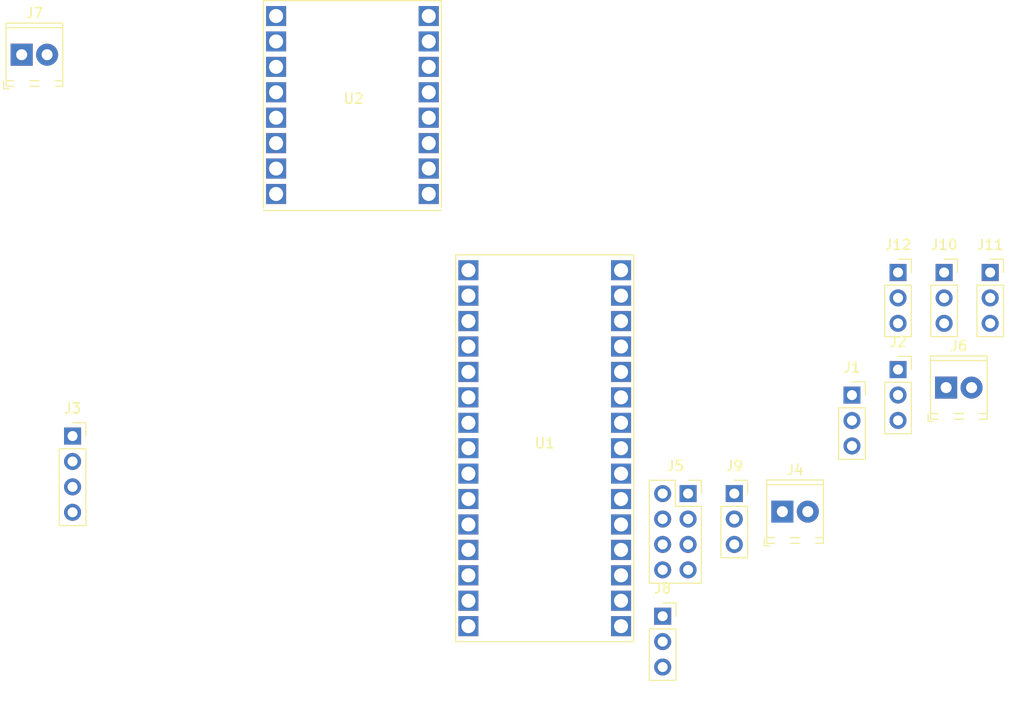
<source format=kicad_pcb>
(kicad_pcb (version 20211014) (generator pcbnew)
  (layers (0 "F.Cu" signal) (31 "B.Cu" signal) (34 "B.Paste" user) (35 "F.Paste" user) (36 "B.SilkS" user "B.Silkscreen") (37 "F.SilkS" user "F.Silkscreen") (38 "B.Mask" user) (39 "F.Mask" user) (44 "Edge.Cuts" user))
  (net 0 "")
  (net 1 "Net-(J1-Pad1)")
  (net 2 "Net-(J1-Pad2)")
  (net 3 "Net-(J1-Pad3)")
  (net 4 "Net-(J2-Pad3)")
  (net 5 "Net-(J3-Pad2)")
  (net 6 "Net-(J3-Pad3)")
  (net 7 "Net-(J4-Pad2)")
  (net 8 "Net-(J5-Pad2)")
  (net 9 "Net-(J5-Pad3)")
  (net 10 "Net-(J5-Pad4)")
  (net 12 "Net-(J5-Pad6)")
  (net 13 "Net-(J5-Pad7)")
  (net 14 "Net-(J5-Pad8)")
  (net 15 "Net-(J6-Pad1)")
  (net 16 "Net-(J6-Pad2)")
  (net 17 "Net-(J7-Pad1)")
  (net 18 "Net-(J7-Pad2)")
  (net 19 "Net-(J8-Pad1)")
  (net 20 "Net-(J10-Pad2)")
  (net 21 "Net-(J9-Pad1)")
  (net 22 "Net-(J10-Pad1)")
  (net 23 "Net-(J11-Pad1)")
  (net 24 "Net-(J12-Pad1)")
  (net 29 "Net-(U1-Pad18)")
  (net 30 "Net-(U1-Pad19)")
  (net 31 "Net-(U1-Pad22)")
  (net 32 "Net-(U1-Pad23)")
  (footprint "Connector_PinSocket_2.54mm:PinSocket_2x04_P2.54mm_Vertical" (layer "F.Cu") (at 145.275 114.9695)
    (fp_text reference "J5" (at -1.27 -2.77) (layer "F.SilkS"))
    (fp_text value "NRF")
    (fp_line (start -1.27 -1.33) (end -1.27 1.27) (layer "F.SilkS") (width 0.12))
    (fp_line (start -3.87 8.95) (end 1.33 8.95) (layer "F.SilkS") (width 0.12))
    (fp_line (start 1.33 1.27) (end 1.33 8.95) (layer "F.SilkS") (width 0.12))
    (fp_line (start -1.27 1.27) (end 1.33 1.27) (layer "F.SilkS") (width 0.12))
    (fp_line (start 1.33 -1.33) (end 1.33 0) (layer "F.SilkS") (width 0.12))
    (fp_line (start -3.87 -1.33) (end -1.27 -1.33) (layer "F.SilkS") (width 0.12))
    (fp_line (start 0 -1.33) (end 1.33 -1.33) (layer "F.SilkS") (width 0.12))
    (fp_line (start -3.87 -1.33) (end -3.87 8.95) (layer "F.SilkS") (width 0.12))
    (pad "1" thru_hole rect (at 0 0) (size 1.7 1.7) (drill 1) (layers *.Cu *.Mask) (net 2 "Net-(J1-Pad2)"))
    (pad "2" thru_hole oval (at -2.54 0) (size 1.7 1.7) (drill 1) (layers *.Cu *.Mask) (net 8 "Net-(J5-Pad2)"))
    (pad "3" thru_hole oval (at 0 2.54) (size 1.7 1.7) (drill 1) (layers *.Cu *.Mask) (net 9 "Net-(J5-Pad3)"))
    (pad "4" thru_hole oval (at -2.54 2.54) (size 1.7 1.7) (drill 1) (layers *.Cu *.Mask) (net 10 "Net-(J5-Pad4)"))
    (pad "5" thru_hole oval (at 0 5.08) (size 1.7 1.7) (drill 1) (layers *.Cu *.Mask))
    (pad "6" thru_hole oval (at -2.54 5.08) (size 1.7 1.7) (drill 1) (layers *.Cu *.Mask) (net 12 "Net-(J5-Pad6)"))
    (pad "7" thru_hole oval (at 0 7.62) (size 1.7 1.7) (drill 1) (layers *.Cu *.Mask) (net 13 "Net-(J5-Pad7)"))
    (pad "8" thru_hole oval (at -2.54 7.62) (size 1.7 1.7) (drill 1) (layers *.Cu *.Mask) (net 14 "Net-(J5-Pad8)"))
  )
  (footprint "TerminalBlock_Phoenix:TerminalBlock_Phoenix_MPT-0,5-2-2.54_1x02_P2.54mm_Horizontal" (layer "F.Cu") (at 78.74 71.12)
    (fp_text reference "J7" (at 1.27 -4.16) (layer "F.SilkS"))
    (fp_text value "MOTOR_A")
    (fp_line (start 4.1 -3.16) (end 4.1 3.16) (layer "F.SilkS") (width 0.12))
    (fp_line (start -1.56 -3.16) (end 4.1 -3.16) (layer "F.SilkS") (width 0.12))
    (fp_line (start 3.33 3.16) (end 4.1 3.16) (layer "F.SilkS") (width 0.12))
    (fp_line (start 0.79 3.16) (end 1.75 3.16) (layer "F.SilkS") (width 0.12))
    (fp_line (start -1.8 2.66) (end -1.8 3.4) (layer "F.SilkS") (width 0.12))
    (fp_line (start 3.33 2.6) (end 4.1 2.6) (layer "F.SilkS") (width 0.12))
    (fp_line (start 0.79 2.6) (end 1.75 2.6) (layer "F.SilkS") (width 0.12))
    (fp_line (start -1.56 2.6) (end -0.79 2.6) (layer "F.SilkS") (width 0.12))
    (fp_line (start -1.56 3.16) (end -0.79 3.16) (layer "F.SilkS") (width 0.12))
    (fp_line (start -1.8 3.4) (end -1.3 3.4) (layer "F.SilkS") (width 0.12))
    (fp_line (start -1.56 -3.16) (end -1.56 3.16) (layer "F.SilkS") (width 0.12))
    (fp_line (start -1.56 -2.7) (end 4.1 -2.7) (layer "F.SilkS") (width 0.12))
    (pad "" np_thru_hole circle (at 2.54 2.54) (size 1.1 1.1) (drill 1.1) (layers *.Cu *.Mask))
    (pad "" np_thru_hole circle (at 0 2.54) (size 1.1 1.1) (drill 1.1) (layers *.Cu *.Mask))
    (pad "1" thru_hole rect (at 0 0) (size 2.2 2.2) (drill 1.1) (layers *.Cu *.Mask) (net 17 "Net-(J7-Pad1)"))
    (pad "2" thru_hole circle (at 2.54 0) (size 2.2 2.2) (drill 1.1) (layers *.Cu *.Mask) (net 18 "Net-(J7-Pad2)"))
  )
  (footprint "TerminalBlock_Phoenix:TerminalBlock_Phoenix_MPT-0,5-2-2.54_1x02_P2.54mm_Horizontal" (layer "F.Cu") (at 154.685 116.7695)
    (fp_text reference "J4" (at 1.27 -4.16) (layer "F.SilkS"))
    (fp_text value "SUPPLY")
    (fp_line (start -1.56 2.6) (end -0.79 2.6) (layer "F.SilkS") (width 0.12))
    (fp_line (start -1.56 -2.7) (end 4.1 -2.7) (layer "F.SilkS") (width 0.12))
    (fp_line (start -1.56 -3.16) (end 4.1 -3.16) (layer "F.SilkS") (width 0.12))
    (fp_line (start 4.1 -3.16) (end 4.1 3.16) (layer "F.SilkS") (width 0.12))
    (fp_line (start -1.8 3.4) (end -1.3 3.4) (layer "F.SilkS") (width 0.12))
    (fp_line (start 3.33 2.6) (end 4.1 2.6) (layer "F.SilkS") (width 0.12))
    (fp_line (start 0.79 3.16) (end 1.75 3.16) (layer "F.SilkS") (width 0.12))
    (fp_line (start -1.56 -3.16) (end -1.56 3.16) (layer "F.SilkS") (width 0.12))
    (fp_line (start -1.8 2.66) (end -1.8 3.4) (layer "F.SilkS") (width 0.12))
    (fp_line (start -1.56 3.16) (end -0.79 3.16) (layer "F.SilkS") (width 0.12))
    (fp_line (start 3.33 3.16) (end 4.1 3.16) (layer "F.SilkS") (width 0.12))
    (fp_line (start 0.79 2.6) (end 1.75 2.6) (layer "F.SilkS") (width 0.12))
    (pad "" np_thru_hole circle (at 0 2.54) (size 1.1 1.1) (drill 1.1) (layers *.Cu *.Mask))
    (pad "" np_thru_hole circle (at 2.54 2.54) (size 1.1 1.1) (drill 1.1) (layers *.Cu *.Mask))
    (pad "1" thru_hole rect (at 0 0) (size 2.2 2.2) (drill 1.1) (layers *.Cu *.Mask) (net 2 "Net-(J1-Pad2)"))
    (pad "2" thru_hole circle (at 2.54 0) (size 2.2 2.2) (drill 1.1) (layers *.Cu *.Mask) (net 7 "Net-(J4-Pad2)"))
  )
  (footprint "Connector_PinSocket_2.54mm:PinSocket_1x03_P2.54mm_Vertical" (layer "F.Cu") (at 166.235 102.5795)
    (fp_text reference "J2" (at 0 -2.77) (layer "F.SilkS"))
    (fp_text value "IR_MAX_LEFT")
    (fp_line (start 0 -1.33) (end 1.33 -1.33) (layer "F.SilkS") (width 0.12))
    (fp_line (start -1.33 1.27) (end 1.33 1.27) (layer "F.SilkS") (width 0.12))
    (fp_line (start -1.33 1.27) (end -1.33 6.41) (layer "F.SilkS") (width 0.12))
    (fp_line (start 1.33 -1.33) (end 1.33 0) (layer "F.SilkS") (width 0.12))
    (fp_line (start -1.33 6.41) (end 1.33 6.41) (layer "F.SilkS") (width 0.12))
    (fp_line (start 1.33 1.27) (end 1.33 6.41) (layer "F.SilkS") (width 0.12))
    (pad "1" thru_hole rect (at 0 0) (size 1.7 1.7) (drill 1) (layers *.Cu *.Mask) (net 1 "Net-(J1-Pad1)"))
    (pad "2" thru_hole oval (at 0 2.54) (size 1.7 1.7) (drill 1) (layers *.Cu *.Mask) (net 2 "Net-(J1-Pad2)"))
    (pad "3" thru_hole oval (at 0 5.08) (size 1.7 1.7) (drill 1) (layers *.Cu *.Mask) (net 4 "Net-(J2-Pad3)"))
  )
  (footprint "DRV8833:DRV8833" (layer "F.Cu") (at 111.76 85.0345)
    (fp_text reference "U2" (at 0.127 -9.525 unlocked) (layer "F.SilkS"))
    (fp_text value "DRV8833")
    (fp_line (start -8.89 -19.32) (end 8.89 -19.32) (layer "F.SilkS") (width 0.12))
    (fp_line (start 8.89 1.397) (end 8.89 -19.32) (layer "F.SilkS") (width 0.12))
    (fp_line (start -8.89 1.397) (end -8.89 -19.32) (layer "F.SilkS") (width 0.12))
    (fp_line (start -8.89 1.651) (end 8.89 1.651) (layer "F.SilkS") (width 0.12))
    (pad "1" thru_hole rect (at -7.62 -17.78) (size 2 2) (drill 1.4) (layers *.Cu *.Mask) (net 2 "Net-(J1-Pad2)"))
    (pad "2" thru_hole rect (at -7.62 -15.24) (size 2 2) (drill 1.4) (layers *.Cu *.Mask) (net 16 "Net-(J6-Pad2)"))
    (pad "3" thru_hole rect (at -7.62 -12.7) (size 2 2) (drill 1.4) (layers *.Cu *.Mask) (net 15 "Net-(J6-Pad1)"))
    (pad "4" thru_hole rect (at -7.62 -10.16) (size 2 2) (drill 1.4) (layers *.Cu *.Mask) (net 18 "Net-(J7-Pad2)"))
    (pad "5" thru_hole rect (at -7.62 -7.62) (size 2 2) (drill 1.4) (layers *.Cu *.Mask) (net 17 "Net-(J7-Pad1)"))
    (pad "6" thru_hole rect (at -7.62 -5.08) (size 2 2) (drill 1.4) (layers *.Cu *.Mask))
    (pad "7" thru_hole rect (at -7.62 -2.54) (size 2 2) (drill 1.4) (layers *.Cu *.Mask))
    (pad "8" thru_hole rect (at -7.62 0) (size 2 2) (drill 1.4) (layers *.Cu *.Mask) (net 7 "Net-(J4-Pad2)"))
    (pad "9" thru_hole rect (at 7.62 0) (size 2 2) (drill 1.4) (layers *.Cu *.Mask))
    (pad "10" thru_hole rect (at 7.62 -2.54) (size 2 2) (drill 1.4) (layers *.Cu *.Mask) (net 29 "Net-(U1-Pad18)"))
    (pad "11" thru_hole rect (at 7.62 -5.08) (size 2 2) (drill 1.4) (layers *.Cu *.Mask) (net 30 "Net-(U1-Pad19)"))
    (pad "12" thru_hole rect (at 7.62 -7.62) (size 2 2) (drill 1.4) (layers *.Cu *.Mask) (net 7 "Net-(J4-Pad2)"))
    (pad "13" thru_hole rect (at 7.62 -10.16) (size 2 2) (drill 1.4) (layers *.Cu *.Mask) (net 31 "Net-(U1-Pad22)"))
    (pad "14" thru_hole rect (at 7.62 -12.7) (size 2 2) (drill 1.4) (layers *.Cu *.Mask) (net 32 "Net-(U1-Pad23)"))
    (pad "15" thru_hole rect (at 7.62 -15.24) (size 2 2) (drill 1.4) (layers *.Cu *.Mask))
    (pad "16" thru_hole rect (at 7.62 -17.78) (size 2 2) (drill 1.4) (layers *.Cu *.Mask) (net 2 "Net-(J1-Pad2)"))
  )
  (footprint "Connector_PinSocket_2.54mm:PinSocket_1x03_P2.54mm_Vertical" (layer "F.Cu") (at 161.635 105.1295)
    (fp_text reference "J1" (at 0 -2.77) (layer "F.SilkS"))
    (fp_text value "IR_MAX_RIGHT")
    (fp_line (start -1.33 1.27) (end 1.33 1.27) (layer "F.SilkS") (width 0.12))
    (fp_line (start -1.33 1.27) (end -1.33 6.41) (layer "F.SilkS") (width 0.12))
    (fp_line (start 1.33 1.27) (end 1.33 6.41) (layer "F.SilkS") (width 0.12))
    (fp_line (start 0 -1.33) (end 1.33 -1.33) (layer "F.SilkS") (width 0.12))
    (fp_line (start -1.33 6.41) (end 1.33 6.41) (layer "F.SilkS") (width 0.12))
    (fp_line (start 1.33 -1.33) (end 1.33 0) (layer "F.SilkS") (width 0.12))
    (pad "1" thru_hole rect (at 0 0) (size 1.7 1.7) (drill 1) (layers *.Cu *.Mask) (net 1 "Net-(J1-Pad1)"))
    (pad "2" thru_hole oval (at 0 2.54) (size 1.7 1.7) (drill 1) (layers *.Cu *.Mask) (net 2 "Net-(J1-Pad2)"))
    (pad "3" thru_hole oval (at 0 5.08) (size 1.7 1.7) (drill 1) (layers *.Cu *.Mask) (net 3 "Net-(J1-Pad3)"))
  )
  (footprint "Connector_PinSocket_2.54mm:PinSocket_1x03_P2.54mm_Vertical" (layer "F.Cu") (at 142.735 127.2195)
    (fp_text reference "J8" (at 0 -2.77) (layer "F.SilkS"))
    (fp_text value "RIGHT_ENCODER")
    (fp_line (start -1.33 1.27) (end -1.33 6.41) (layer "F.SilkS") (width 0.12))
    (fp_line (start -1.33 6.41) (end 1.33 6.41) (layer "F.SilkS") (width 0.12))
    (fp_line (start 1.33 -1.33) (end 1.33 0) (layer "F.SilkS") (width 0.12))
    (fp_line (start 1.33 1.27) (end 1.33 6.41) (layer "F.SilkS") (width 0.12))
    (fp_line (start 0 -1.33) (end 1.33 -1.33) (layer "F.SilkS") (width 0.12))
    (fp_line (start -1.33 1.27) (end 1.33 1.27) (layer "F.SilkS") (width 0.12))
    (pad "1" thru_hole rect (at 0 0) (size 1.7 1.7) (drill 1) (layers *.Cu *.Mask) (net 19 "Net-(J8-Pad1)"))
    (pad "2" thru_hole oval (at 0 2.54) (size 1.7 1.7) (drill 1) (layers *.Cu *.Mask) (net 20 "Net-(J10-Pad2)"))
    (pad "3" thru_hole oval (at 0 5.08) (size 1.7 1.7) (drill 1) (layers *.Cu *.Mask) (net 1 "Net-(J1-Pad1)"))
  )
  (footprint "TerminalBlock_Phoenix:TerminalBlock_Phoenix_MPT-0,5-2-2.54_1x02_P2.54mm_Horizontal" (layer "F.Cu") (at 171.035 104.3795)
    (fp_text reference "J6" (at 1.27 -4.16) (layer "F.SilkS"))
    (fp_text value "MOTOR_B")
    (fp_line (start -1.8 2.66) (end -1.8 3.4) (layer "F.SilkS") (width 0.12))
    (fp_line (start -1.56 -3.16) (end 4.1 -3.16) (layer "F.SilkS") (width 0.12))
    (fp_line (start 0.79 2.6) (end 1.75 2.6) (layer "F.SilkS") (width 0.12))
    (fp_line (start 0.79 3.16) (end 1.75 3.16) (layer "F.SilkS") (width 0.12))
    (fp_line (start -1.56 3.16) (end -0.79 3.16) (layer "F.SilkS") (width 0.12))
    (fp_line (start -1.56 2.6) (end -0.79 2.6) (layer "F.SilkS") (width 0.12))
    (fp_line (start -1.56 -2.7) (end 4.1 -2.7) (layer "F.SilkS") (width 0.12))
    (fp_line (start -1.56 -3.16) (end -1.56 3.16) (layer "F.SilkS") (width 0.12))
    (fp_line (start -1.8 3.4) (end -1.3 3.4) (layer "F.SilkS") (width 0.12))
    (fp_line (start 3.33 3.16) (end 4.1 3.16) (layer "F.SilkS") (width 0.12))
    (fp_line (start 4.1 -3.16) (end 4.1 3.16) (layer "F.SilkS") (width 0.12))
    (fp_line (start 3.33 2.6) (end 4.1 2.6) (layer "F.SilkS") (width 0.12))
    (pad "" np_thru_hole circle (at 0 2.54) (size 1.1 1.1) (drill 1.1) (layers *.Cu *.Mask))
    (pad "" np_thru_hole circle (at 2.54 2.54) (size 1.1 1.1) (drill 1.1) (layers *.Cu *.Mask))
    (pad "1" thru_hole rect (at 0 0) (size 2.2 2.2) (drill 1.1) (layers *.Cu *.Mask) (net 15 "Net-(J6-Pad1)"))
    (pad "2" thru_hole circle (at 2.54 0) (size 2.2 2.2) (drill 1.1) (layers *.Cu *.Mask) (net 16 "Net-(J6-Pad2)"))
  )
  (footprint "Connector_PinSocket_2.54mm:PinSocket_1x03_P2.54mm_Vertical" (layer "F.Cu") (at 166.235 92.8795)
    (fp_text reference "J12" (at 0 -2.77) (layer "F.SilkS"))
    (fp_text value "IR_LEFT")
    (fp_line (start 1.33 -1.33) (end 1.33 0) (layer "F.SilkS") (width 0.12))
    (fp_line (start 1.33 1.27) (end 1.33 6.41) (layer "F.SilkS") (width 0.12))
    (fp_line (start -1.33 1.27) (end 1.33 1.27) (layer "F.SilkS") (width 0.12))
    (fp_line (start -1.33 6.41) (end 1.33 6.41) (layer "F.SilkS") (width 0.12))
    (fp_line (start -1.33 1.27) (end -1.33 6.41) (layer "F.SilkS") (width 0.12))
    (fp_line (start 0 -1.33) (end 1.33 -1.33) (layer "F.SilkS") (width 0.12))
    (pad "1" thru_hole rect (at 0 0) (size 1.7 1.7) (drill 1) (layers *.Cu *.Mask) (net 24 "Net-(J12-Pad1)"))
    (pad "2" thru_hole oval (at 0 2.54) (size 1.7 1.7) (drill 1) (layers *.Cu *.Mask) (net 20 "Net-(J10-Pad2)"))
    (pad "3" thru_hole oval (at 0 5.08) (size 1.7 1.7) (drill 1) (layers *.Cu *.Mask) (net 1 "Net-(J1-Pad1)"))
  )
  (footprint "Connector_PinSocket_2.54mm:PinSocket_1x03_P2.54mm_Vertical" (layer "F.Cu") (at 149.885 114.9695)
    (fp_text reference "J9" (at 0 -2.77) (layer "F.SilkS"))
    (fp_text value "LEFT_ENCODER")
    (fp_line (start 0 -1.33) (end 1.33 -1.33) (layer "F.SilkS") (width 0.12))
    (fp_line (start 1.33 -1.33) (end 1.33 0) (layer "F.SilkS") (width 0.12))
    (fp_line (start -1.33 6.41) (end 1.33 6.41) (layer "F.SilkS") (width 0.12))
    (fp_line (start -1.33 1.27) (end -1.33 6.41) (layer "F.SilkS") (width 0.12))
    (fp_line (start 1.33 1.27) (end 1.33 6.41) (layer "F.SilkS") (width 0.12))
    (fp_line (start -1.33 1.27) (end 1.33 1.27) (layer "F.SilkS") (width 0.12))
    (pad "1" thru_hole rect (at 0 0) (size 1.7 1.7) (drill 1) (layers *.Cu *.Mask) (net 21 "Net-(J9-Pad1)"))
    (pad "2" thru_hole oval (at 0 2.54) (size 1.7 1.7) (drill 1) (layers *.Cu *.Mask) (net 20 "Net-(J10-Pad2)"))
    (pad "3" thru_hole oval (at 0 5.08) (size 1.7 1.7) (drill 1) (layers *.Cu *.Mask) (net 1 "Net-(J1-Pad1)"))
  )
  (footprint "Connector_PinSocket_2.54mm:PinSocket_1x04_P2.54mm_Vertical" (layer "F.Cu") (at 83.82 109.22)
    (fp_text reference "J3" (at 0 -2.77) (layer "F.SilkS"))
    (fp_text value "ULTRASONIC")
    (fp_line (start -1.33 1.27) (end 1.33 1.27) (layer "F.SilkS") (width 0.12))
    (fp_line (start -1.33 8.95) (end 1.33 8.95) (layer "F.SilkS") (width 0.12))
    (fp_line (start 1.33 -1.33) (end 1.33 0) (layer "F.SilkS") (width 0.12))
    (fp_line (start 1.33 1.27) (end 1.33 8.95) (layer "F.SilkS") (width 0.12))
    (fp_line (start 0 -1.33) (end 1.33 -1.33) (layer "F.SilkS") (width 0.12))
    (fp_line (start -1.33 1.27) (end -1.33 8.95) (layer "F.SilkS") (width 0.12))
    (pad "1" thru_hole rect (at 0 0) (size 1.7 1.7) (drill 1) (layers *.Cu *.Mask) (net 2 "Net-(J1-Pad2)"))
    (pad "2" thru_hole oval (at 0 2.54) (size 1.7 1.7) (drill 1) (layers *.Cu *.Mask) (net 5 "Net-(J3-Pad2)"))
    (pad "3" thru_hole oval (at 0 5.08) (size 1.7 1.7) (drill 1) (layers *.Cu *.Mask) (net 6 "Net-(J3-Pad3)"))
    (pad "4" thru_hole oval (at 0 7.62) (size 1.7 1.7) (drill 1) (layers *.Cu *.Mask) (net 1 "Net-(J1-Pad1)"))
  )
  (footprint "ARDUINONANO:ARDUINONANO" (layer "F.Cu") (at 130.96 110.4345)
    (fp_text reference "U1" (at 0 -0.5 unlocked) (layer "F.SilkS"))
    (fp_text value "ARDUINONANO")
    (fp_line (start -8.89 -19.32) (end 8.89 -19.32) (layer "F.SilkS") (width 0.12))
    (fp_line (start -8.89 19.32) (end -8.89 -19.32) (layer "F.SilkS") (width 0.12))
    (fp_line (start -8.89 19.32) (end 8.89 19.32) (layer "F.SilkS") (width 0.12))
    (fp_line (start 8.89 19.32) (end 8.89 -19.32) (layer "F.SilkS") (width 0.12))
    (pad "1" thru_hole rect (at -7.62 -17.78) (size 2 2) (drill 1.4) (layers *.Cu *.Mask) (net 7 "Net-(J4-Pad2)"))
    (pad "2" thru_hole rect (at -7.62 -15.24) (size 2 2) (drill 1.4) (layers *.Cu *.Mask) (net 2 "Net-(J1-Pad2)"))
    (pad "3" thru_hole rect (at -7.62 -12.7) (size 2 2) (drill 1.4) (layers *.Cu *.Mask))
    (pad "4" thru_hole rect (at -7.62 -10.16) (size 2 2) (drill 1.4) (layers *.Cu *.Mask) (net 1 "Net-(J1-Pad1)"))
    (pad "5" thru_hole rect (at -7.62 -7.62) (size 2 2) (drill 1.4) (layers *.Cu *.Mask))
    (pad "6" thru_hole rect (at -7.62 -5.08) (size 2 2) (drill 1.4) (layers *.Cu *.Mask))
    (pad "7" thru_hole rect (at -7.62 -2.54) (size 2 2) (drill 1.4) (layers *.Cu *.Mask) (net 6 "Net-(J3-Pad3)"))
    (pad "8" thru_hole rect (at -7.62 0) (size 2 2) (drill 1.4) (layers *.Cu *.Mask) (net 5 "Net-(J3-Pad2)"))
    (pad "9" thru_hole rect (at -7.62 2.54) (size 2 2) (drill 1.4) (layers *.Cu *.Mask) (net 3 "Net-(J1-Pad3)"))
    (pad "10" thru_hole rect (at -7.62 5.08) (size 2 2) (drill 1.4) (layers *.Cu *.Mask) (net 8 "Net-(J5-Pad2)"))
    (pad "11" thru_hole rect (at -7.62 7.62) (size 2 2) (drill 1.4) (layers *.Cu *.Mask) (net 4 "Net-(J2-Pad3)"))
    (pad "12" thru_hole rect (at -7.62 10.16) (size 2 2) (drill 1.4) (layers *.Cu *.Mask) (net 13 "Net-(J5-Pad7)"))
    (pad "13" thru_hole rect (at -7.62 12.7) (size 2 2) (drill 1.4) (layers *.Cu *.Mask))
    (pad "14" thru_hole rect (at -7.62 15.24) (size 2 2) (drill 1.4) (layers *.Cu *.Mask) (net 14 "Net-(J5-Pad8)"))
    (pad "15" thru_hole rect (at -7.62 17.78) (size 2 2) (drill 1.4) (layers *.Cu *.Mask) (net 9 "Net-(J5-Pad3)"))
    (pad "16" thru_hole rect (at 7.62 17.78) (size 2 2) (drill 1.4) (layers *.Cu *.Mask) (net 10 "Net-(J5-Pad4)"))
    (pad "17" thru_hole rect (at 7.62 15.24) (size 2 2) (drill 1.4) (layers *.Cu *.Mask) (net 12 "Net-(J5-Pad6)"))
    (pad "18" thru_hole rect (at 7.62 12.7) (size 2 2) (drill 1.4) (layers *.Cu *.Mask) (net 29 "Net-(U1-Pad18)"))
    (pad "19" thru_hole rect (at 7.62 10.16) (size 2 2) (drill 1.4) (layers *.Cu *.Mask) (net 30 "Net-(U1-Pad19)"))
    (pad "20" thru_hole rect (at 7.62 7.62) (size 2 2) (drill 1.4) (layers *.Cu *.Mask) (net 23 "Net-(J11-Pad1)"))
    (pad "21" thru_hole rect (at 7.62 5.08) (size 2 2) (drill 1.4) (layers *.Cu *.Mask) (net 22 "Net-(J10-Pad1)"))
    (pad "22" thru_hole rect (at 7.62 2.54) (size 2 2) (drill 1.4) (layers *.Cu *.Mask) (net 31 "Net-(U1-Pad22)"))
    (pad "23" thru_hole rect (at 7.62 0) (size 2 2) (drill 1.4) (layers *.Cu *.Mask) (net 32 "Net-(U1-Pad23)"))
    (pad "24" thru_hole rect (at 7.62 -2.54) (size 2 2) (drill 1.4) (layers *.Cu *.Mask) (net 24 "Net-(J12-Pad1)"))
    (pad "25" thru_hole rect (at 7.62 -5.08) (size 2 2) (drill 1.4) (layers *.Cu *.Mask) (net 21 "Net-(J9-Pad1)"))
    (pad "26" thru_hole rect (at 7.62 -7.62) (size 2 2) (drill 1.4) (layers *.Cu *.Mask) (net 19 "Net-(J8-Pad1)"))
    (pad "27" thru_hole rect (at 7.62 -10.16) (size 2 2) (drill 1.4) (layers *.Cu *.Mask) (net 20 "Net-(J10-Pad2)"))
    (pad "28" thru_hole rect (at 7.62 -12.7) (size 2 2) (drill 1.4) (layers *.Cu *.Mask))
    (pad "29" thru_hole rect (at 7.62 -15.24) (size 2 2) (drill 1.4) (layers *.Cu *.Mask))
    (pad "30" thru_hole rect (at 7.62 -17.78) (size 2 2) (drill 1.4) (layers *.Cu *.Mask))
  )
  (footprint "Connector_PinSocket_2.54mm:PinSocket_1x03_P2.54mm_Vertical" (layer "F.Cu") (at 175.435 92.8795)
    (fp_text reference "J11" (at 0 -2.77) (layer "F.SilkS"))
    (fp_text value "IR_RIGHT")
    (fp_line (start -1.33 1.27) (end -1.33 6.41) (layer "F.SilkS") (width 0.12))
    (fp_line (start -1.33 6.41) (end 1.33 6.41) (layer "F.SilkS") (width 0.12))
    (fp_line (start 1.33 -1.33) (end 1.33 0) (layer "F.SilkS") (width 0.12))
    (fp_line (start -1.33 1.27) (end 1.33 1.27) (layer "F.SilkS") (width 0.12))
    (fp_line (start 0 -1.33) (end 1.33 -1.33) (layer "F.SilkS") (width 0.12))
    (fp_line (start 1.33 1.27) (end 1.33 6.41) (layer "F.SilkS") (width 0.12))
    (pad "1" thru_hole rect (at 0 0) (size 1.7 1.7) (drill 1) (layers *.Cu *.Mask) (net 23 "Net-(J11-Pad1)"))
    (pad "2" thru_hole oval (at 0 2.54) (size 1.7 1.7) (drill 1) (layers *.Cu *.Mask) (net 20 "Net-(J10-Pad2)"))
    (pad "3" thru_hole oval (at 0 5.08) (size 1.7 1.7) (drill 1) (layers *.Cu *.Mask) (net 1 "Net-(J1-Pad1)"))
  )
  (footprint "Connector_PinSocket_2.54mm:PinSocket_1x03_P2.54mm_Vertical" (layer "F.Cu") (at 170.835 92.8795)
    (fp_text reference "J10" (at 0 -2.77) (layer "F.SilkS"))
    (fp_text value "IR_MIDDLE")
    (fp_line (start -1.33 6.41) (end 1.33 6.41) (layer "F.SilkS") (width 0.12))
    (fp_line (start 0 -1.33) (end 1.33 -1.33) (layer "F.SilkS") (width 0.12))
    (fp_line (start 1.33 1.27) (end 1.33 6.41) (layer "F.SilkS") (width 0.12))
    (fp_line (start -1.33 1.27) (end 1.33 1.27) (layer "F.SilkS") (width 0.12))
    (fp_line (start 1.33 -1.33) (end 1.33 0) (layer "F.SilkS") (width 0.12))
    (fp_line (start -1.33 1.27) (end -1.33 6.41) (layer "F.SilkS") (width 0.12))
    (pad "1" thru_hole rect (at 0 0) (size 1.7 1.7) (drill 1) (layers *.Cu *.Mask) (net 22 "Net-(J10-Pad1)"))
    (pad "2" thru_hole oval (at 0 2.54) (size 1.7 1.7) (drill 1) (layers *.Cu *.Mask) (net 20 "Net-(J10-Pad2)"))
    (pad "3" thru_hole oval (at 0 5.08) (size 1.7 1.7) (drill 1) (layers *.Cu *.Mask) (net 1 "Net-(J1-Pad1)"))
  )
)
</source>
